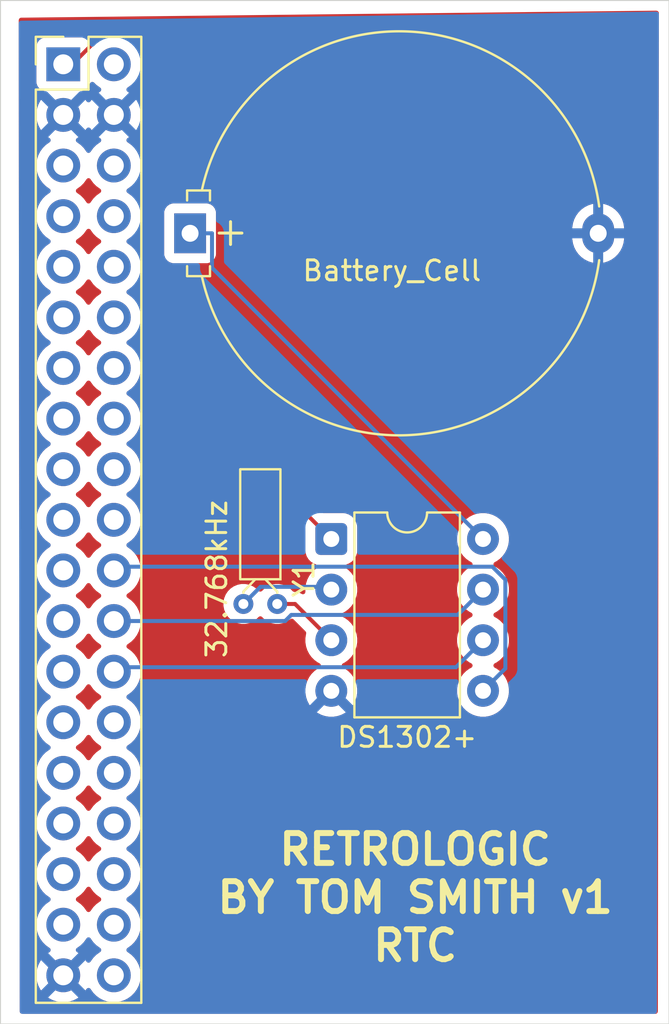
<source format=kicad_pcb>
(kicad_pcb (version 20241229) (generator "pcbnew") (generator_version "9.0")
  (layers (0 "F.Cu" signal) (2 "B.Cu" signal) (13 "F.Paste" user) (15 "B.Paste" user) (5 "F.SilkS" user "F.Silkscreen") (7 "B.SilkS" user "B.Silkscreen") (1 "F.Mask" user) (3 "B.Mask" user) (25 "Edge.Cuts" user))
  (net 0 "")
  (net 1 "GND")
  (net 2 "Net-(BT1-+)")
  (net 3 "A9")
  (net 4 "A5")
  (net 5 "A0")
  (net 6 "A2")
  (net 7 "A15")
  (net 8 "D1")
  (net 9 "D0")
  (net 10 "A11")
  (net 11 "A3")
  (net 12 "A12")
  (net 13 "A4")
  (net 14 "A7")
  (net 16 "D5")
  (net 17 "clock")
  (net 18 "D3")
  (net 19 "PA5")
  (net 20 "VCC")
  (net 21 "3.3v")
  (net 23 "PA6")
  (net 24 "D6")
  (net 25 "PA4")
  (net 26 "A1")
  (net 27 "RW")
  (net 28 "A14")
  (net 29 "A8")
  (net 30 "D2")
  (net 31 "A10")
  (net 32 "Reset")
  (net 33 "A6")
  (net 34 "D4")
  (net 35 "IRQ")
  (net 36 "D7")
  (net 37 "A13")
  (net 38 "Net-(U1-X2)")
  (net 39 "Net-(U1-X1)")
  (footprint "Battery:Battery_Panasonic_CR2032-HFN_Horizontal_CircularHoles" (layer "F.Cu") (at 68.654 51.6636)
    (property "Reference" "BT1" (hide yes))
    (property "Value" "Battery_Cell" (at 10.1368 1.8796 0) (layer "F.SilkS"))
    (fp_line (start -0.15 -2.15) (end -0.15 -1.65) (stroke (width 0.12)) (layer "F.SilkS"))
    (fp_line (start -0.15 -2.15) (end 1 -2.15) (stroke (width 0.12)) (layer "F.SilkS"))
    (fp_line (start -0.15 2.15) (end -0.15 1.65) (stroke (width 0.12)) (layer "F.SilkS"))
    (fp_line (start -0.15 2.15) (end 1 2.15) (stroke (width 0.12)) (layer "F.SilkS"))
    (fp_line (start 1 -2.15) (end 1 -1.65) (stroke (width 0.12)) (layer "F.SilkS"))
    (fp_line (start 1 2.15) (end 1 1.65) (stroke (width 0.12)) (layer "F.SilkS"))
    (fp_arc (start 0.59 -2.15) (mid 10.91 -10.13) (end 20.55 -1.35) (stroke (width 0.12)) (layer "F.SilkS"))
    (fp_arc (start 20.55 1.35) (mid 10.91 10.13) (end 0.59 2.15) (stroke (width 0.12)) (layer "F.SilkS"))
    (fp_text user "+" (at 2.032 -0.127 0) (layer "F.SilkS") (effects (font (size 1.5 1.5))))
    (pad "1" thru_hole rect (at 0 0) (size 1.6 2) (drill 0.85) (layers "*.Cu" "*.Mask") (net 2 "Net-(BT1-+)"))
    (pad "2" thru_hole oval (at 20.5 0) (size 1.6 2) (drill 0.85) (layers "*.Cu" "*.Mask") (net 1 "GND"))
  )
  (footprint "Crystal:Crystal_DS15_D1.5mm_L5.0mm_Horizontal" (layer "F.Cu") (at 73.0318 70.2652 180)
    (property "Reference" "Y1" (at -1.34 1.2525 90) (layer "F.SilkS"))
    (property "Value" "32.768kHz" (at 3.04 1.2525 90) (layer "F.SilkS"))
    (fp_line (start 1.7 0.62) (end 1.7 0.56) (stroke (width 0.12)) (layer "F.SilkS"))
    (fp_line (start 1.1 1.24) (end 1.7 0.62) (stroke (width 0.12)) (layer "F.SilkS"))
    (fp_line (start 0.6 1.24) (end 0 0.62) (stroke (width 0.12)) (layer "F.SilkS"))
    (fp_line (start 0 0.62) (end 0 0.56) (stroke (width 0.12)) (layer "F.SilkS"))
    (fp_rect (start -0.16 1.24) (end 1.86 6.76) (stroke (width 0.12)) (fill no) (layer "F.SilkS"))
    (pad "1" thru_hole circle (at 0 0 180) (size 1 1) (drill 0.5) (layers "*.Cu" "*.Mask") (net 38 "Net-(U1-X2)"))
    (pad "2" thru_hole circle (at 1.7 0 180) (size 1 1) (drill 0.5) (layers "*.Cu" "*.Mask") (net 39 "Net-(U1-X1)"))
  )
  (footprint "Package_DIP:DIP-8_W7.62mm" (layer "F.Cu") (at 75.7478 67.0052)
    (property "Reference" "U1" (hide yes))
    (property "Value" "DS1302+" (at 3.81 9.95 0) (layer "F.SilkS"))
    (fp_line (start 1.16 -1.33) (end 1.16 8.95) (stroke (width 0.12)) (layer "F.SilkS"))
    (fp_line (start 1.16 8.95) (end 6.46 8.95) (stroke (width 0.12)) (layer "F.SilkS"))
    (fp_line (start 2.81 -1.33) (end 1.16 -1.33) (stroke (width 0.12)) (layer "F.SilkS"))
    (fp_line (start 6.46 -1.33) (end 4.81 -1.33) (stroke (width 0.12)) (layer "F.SilkS"))
    (fp_line (start 6.46 8.95) (end 6.46 -1.33) (stroke (width 0.12)) (layer "F.SilkS"))
    (fp_arc (start 4.81 -1.33) (mid 3.81 -0.33) (end 2.81 -1.33) (stroke (width 0.12)) (layer "F.SilkS"))
    (pad "1" thru_hole roundrect (at 0 0) (size 1.6 1.6) (drill 0.8) (layers "*.Cu" "*.Mask") (roundrect_rratio 0.15625) (net 20 "VCC"))
    (pad "2" thru_hole circle (at 0 2.54) (size 1.6 1.6) (drill 0.8) (layers "*.Cu" "*.Mask") (net 39 "Net-(U1-X1)"))
    (pad "3" thru_hole circle (at 0 5.08) (size 1.6 1.6) (drill 0.8) (layers "*.Cu" "*.Mask") (net 38 "Net-(U1-X2)"))
    (pad "4" thru_hole circle (at 0 7.62) (size 1.6 1.6) (drill 0.8) (layers "*.Cu" "*.Mask") (net 1 "GND"))
    (pad "5" thru_hole circle (at 7.62 7.62) (size 1.6 1.6) (drill 0.8) (layers "*.Cu" "*.Mask") (net 25 "PA4"))
    (pad "6" thru_hole circle (at 7.62 5.08) (size 1.6 1.6) (drill 0.8) (layers "*.Cu" "*.Mask") (net 23 "PA6"))
    (pad "7" thru_hole circle (at 7.62 2.54) (size 1.6 1.6) (drill 0.8) (layers "*.Cu" "*.Mask") (net 19 "PA5"))
    (pad "8" thru_hole circle (at 7.62 0) (size 1.6 1.6) (drill 0.8) (layers "*.Cu" "*.Mask") (net 2 "Net-(BT1-+)"))
  )
  (footprint "Connector_PinHeader_2.54mm:PinHeader_2x19_P2.54mm_Vertical" (layer "F.Cu") (at 62.284 43.182)
    (property "Reference" "J2" (hide yes))
    (property "Value" "Expansion / Diag Port")
    (fp_line (start -1.38 -1.38) (end 0 -1.38) (stroke (width 0.12)) (layer "F.SilkS"))
    (fp_line (start -1.38 0) (end -1.38 -1.38) (stroke (width 0.12)) (layer "F.SilkS"))
    (fp_line (start -1.38 1.27) (end -1.38 47.1) (stroke (width 0.12)) (layer "F.SilkS"))
    (fp_line (start -1.38 1.27) (end 1.27 1.27) (stroke (width 0.12)) (layer "F.SilkS"))
    (fp_line (start -1.38 47.1) (end 3.92 47.1) (stroke (width 0.12)) (layer "F.SilkS"))
    (fp_line (start 1.27 -1.38) (end 3.92 -1.38) (stroke (width 0.12)) (layer "F.SilkS"))
    (fp_line (start 1.27 1.27) (end 1.27 -1.38) (stroke (width 0.12)) (layer "F.SilkS"))
    (fp_line (start 3.92 -1.38) (end 3.92 47.1) (stroke (width 0.12)) (layer "F.SilkS"))
    (pad "1" thru_hole rect (at 0 0) (size 1.7 1.7) (drill 1) (layers "*.Cu" "*.Mask") (net 20 "VCC"))
    (pad "2" thru_hole circle (at 2.54 0) (size 1.7 1.7) (drill 1) (layers "*.Cu" "*.Mask") (net 21 "3.3v"))
    (pad "3" thru_hole circle (at 0 2.54) (size 1.7 1.7) (drill 1) (layers "*.Cu" "*.Mask") (net 1 "GND"))
    (pad "4" thru_hole circle (at 2.54 2.54) (size 1.7 1.7) (drill 1) (layers "*.Cu" "*.Mask") (net 1 "GND"))
    (pad "5" thru_hole circle (at 0 5.08) (size 1.7 1.7) (drill 1) (layers "*.Cu" "*.Mask") (net 5 "A0"))
    (pad "6" thru_hole circle (at 2.54 5.08) (size 1.7 1.7) (drill 1) (layers "*.Cu" "*.Mask") (net 9 "D0"))
    (pad "7" thru_hole circle (at 0 7.62) (size 1.7 1.7) (drill 1) (layers "*.Cu" "*.Mask") (net 26 "A1"))
    (pad "8" thru_hole circle (at 2.54 7.62) (size 1.7 1.7) (drill 1) (layers "*.Cu" "*.Mask") (net 8 "D1"))
    (pad "9" thru_hole circle (at 0 10.16) (size 1.7 1.7) (drill 1) (layers "*.Cu" "*.Mask") (net 6 "A2"))
    (pad "10" thru_hole circle (at 2.54 10.16) (size 1.7 1.7) (drill 1) (layers "*.Cu" "*.Mask") (net 30 "D2"))
    (pad "11" thru_hole circle (at 0 12.7) (size 1.7 1.7) (drill 1) (layers "*.Cu" "*.Mask") (net 11 "A3"))
    (pad "12" thru_hole circle (at 2.54 12.7) (size 1.7 1.7) (drill 1) (layers "*.Cu" "*.Mask") (net 18 "D3"))
    (pad "13" thru_hole circle (at 0 15.24) (size 1.7 1.7) (drill 1) (layers "*.Cu" "*.Mask") (net 13 "A4"))
    (pad "14" thru_hole circle (at 2.54 15.24) (size 1.7 1.7) (drill 1) (layers "*.Cu" "*.Mask") (net 34 "D4"))
    (pad "15" thru_hole circle (at 0 17.78) (size 1.7 1.7) (drill 1) (layers "*.Cu" "*.Mask") (net 4 "A5"))
    (pad "16" thru_hole circle (at 2.54 17.78) (size 1.7 1.7) (drill 1) (layers "*.Cu" "*.Mask") (net 16 "D5"))
    (pad "17" thru_hole circle (at 0 20.32) (size 1.7 1.7) (drill 1) (layers "*.Cu" "*.Mask") (net 33 "A6"))
    (pad "18" thru_hole circle (at 2.54 20.32) (size 1.7 1.7) (drill 1) (layers "*.Cu" "*.Mask") (net 24 "D6"))
    (pad "19" thru_hole circle (at 0 22.86) (size 1.7 1.7) (drill 1) (layers "*.Cu" "*.Mask") (net 14 "A7"))
    (pad "20" thru_hole circle (at 2.54 22.86) (size 1.7 1.7) (drill 1) (layers "*.Cu" "*.Mask") (net 36 "D7"))
    (pad "21" thru_hole circle (at 0 25.4) (size 1.7 1.7) (drill 1) (layers "*.Cu" "*.Mask") (net 29 "A8"))
    (pad "22" thru_hole circle (at 2.54 25.4) (size 1.7 1.7) (drill 1) (layers "*.Cu" "*.Mask") (net 25 "PA4"))
    (pad "23" thru_hole circle (at 0 27.94) (size 1.7 1.7) (drill 1) (layers "*.Cu" "*.Mask") (net 3 "A9"))
    (pad "24" thru_hole circle (at 2.54 27.94) (size 1.7 1.7) (drill 1) (layers "*.Cu" "*.Mask") (net 19 "PA5"))
    (pad "25" thru_hole circle (at 0 30.48) (size 1.7 1.7) (drill 1) (layers "*.Cu" "*.Mask") (net 31 "A10"))
    (pad "26" thru_hole circle (at 2.54 30.48) (size 1.7 1.7) (drill 1) (layers "*.Cu" "*.Mask") (net 23 "PA6"))
    (pad "27" thru_hole circle (at 0 33.02) (size 1.7 1.7) (drill 1) (layers "*.Cu" "*.Mask") (net 10 "A11"))
    (pad "28" thru_hole circle (at 2.54 33.02) (size 1.7 1.7) (drill 1) (layers "*.Cu" "*.Mask") (net 32 "Reset"))
    (pad "29" thru_hole circle (at 0 35.56) (size 1.7 1.7) (drill 1) (layers "*.Cu" "*.Mask") (net 12 "A12"))
    (pad "30" thru_hole circle (at 2.54 35.56) (size 1.7 1.7) (drill 1) (layers "*.Cu" "*.Mask") (net 35 "IRQ"))
    (pad "31" thru_hole circle (at 0 38.1) (size 1.7 1.7) (drill 1) (layers "*.Cu" "*.Mask") (net 37 "A13"))
    (pad "32" thru_hole circle (at 2.54 38.1) (size 1.7 1.7) (drill 1) (layers "*.Cu" "*.Mask") (net 27 "RW"))
    (pad "33" thru_hole circle (at 0 40.64) (size 1.7 1.7) (drill 1) (layers "*.Cu" "*.Mask") (net 28 "A14"))
    (pad "34" thru_hole circle (at 2.54 40.64) (size 1.7 1.7) (drill 1) (layers "*.Cu" "*.Mask"))
    (pad "35" thru_hole circle (at 0 43.18) (size 1.7 1.7) (drill 1) (layers "*.Cu" "*.Mask") (net 7 "A15"))
    (pad "36" thru_hole circle (at 2.54 43.18) (size 1.7 1.7) (drill 1) (layers "*.Cu" "*.Mask") (net 17 "clock"))
    (pad "37" thru_hole circle (at 0 45.72) (size 1.7 1.7) (drill 1) (layers "*.Cu" "*.Mask") (net 1 "GND"))
    (pad "38" thru_hole circle (at 2.54 45.72) (size 1.7 1.7) (drill 1) (layers "*.Cu" "*.Mask"))
  )
  (gr_rect (start 59.1312 39.9796) (end 92.71 91.3384) (stroke (width 0.05)) (fill no) (layer "Edge.Cuts"))
  (gr_text "RETROLOGIC\nBY TOM SMITH v1\nRTC" (at 79.9592 88.2904 0) (layer "F.SilkS") (effects (font (size 1.5 1.5) (thickness 0.3) (bold yes)) (justify bottom)))
  (segment (start 69.7557 51.6636) (end 69.7557 53.3931) (width 0.2) (layer "B.Cu") (net 2))
  (segment (start 68.654 51.6636) (end 69.7557 51.6636) (width 0.2) (layer "B.Cu") (net 2))
  (segment (start 69.7557 53.3931) (end 83.3678 67.0052) (width 0.2) (layer "B.Cu") (net 2))
  (segment (start 82.0978 70.8152) (end 73.7373 70.8152) (width 0.2) (layer "B.Cu") (net 19))
  (segment (start 73.7373 70.8152) (end 73.4305 71.122) (width 0.2) (layer "B.Cu") (net 19))
  (segment (start 83.3678 69.5452) (end 82.0978 70.8152) (width 0.2) (layer "B.Cu") (net 19))
  (segment (start 73.4305 71.122) (end 64.824 71.122) (width 0.2) (layer "B.Cu") (net 19))
  (segment (start 62.736 43.182) (end 64.262 41.656) (width 0.2) (layer "F.Cu") (net 20))
  (segment (start 64.262 41.656) (end 65.6336 41.656) (width 0.2) (layer "F.Cu") (net 20))
  (segment (start 66.4972 57.7546) (end 66.7537 58.0111) (width 0.2) (layer "F.Cu") (net 20))
  (segment (start 66.4972 42.5196) (end 66.4972 57.7546) (width 0.2) (layer "F.Cu") (net 20))
  (segment (start 65.6336 41.656) (end 66.4972 42.5196) (width 0.2) (layer "F.Cu") (net 20))
  (segment (start 75.7478 67.0052) (end 66.7537 58.0111) (width 0.2) (layer "F.Cu") (net 20))
  (segment (start 62.284 43.182) (end 62.736 43.182) (width 0.2) (layer "F.Cu") (net 20))
  (segment (start 65.0458 73.4402) (end 82.0128 73.4402) (width 0.2) (layer "B.Cu") (net 23))
  (segment (start 82.0128 73.4402) (end 83.3678 72.0852) (width 0.2) (layer "B.Cu") (net 23))
  (segment (start 64.824 73.662) (end 65.0458 73.4402) (width 0.2) (layer "B.Cu") (net 23))
  (segment (start 83.3678 74.6252) (end 84.4907 73.5023) (width 0.2) (layer "B.Cu") (net 25))
  (segment (start 65.0113 68.3947) (end 64.824 68.582) (width 0.2) (layer "B.Cu") (net 25))
  (segment (start 83.8382 68.3947) (end 65.0113 68.3947) (width 0.2) (layer "B.Cu") (net 25))
  (segment (start 84.4907 73.5023) (end 84.4907 69.0472) (width 0.2) (layer "B.Cu") (net 25))
  (segment (start 84.4907 69.0472) (end 83.8382 68.3947) (width 0.2) (layer "B.Cu") (net 25))
  (segment (start 73.0318 70.2652) (end 73.9278 70.2652) (width 0.2) (layer "F.Cu") (net 38))
  (segment (start 73.9278 70.2652) (end 75.7478 72.0852) (width 0.2) (layer "F.Cu") (net 38))
  (segment (start 75.6086 69.406) (end 72.191 69.406) (width 0.2) (layer "B.Cu") (net 39))
  (segment (start 72.191 69.406) (end 71.3318 70.2652) (width 0.2) (layer "B.Cu") (net 39))
  (segment (start 75.7478 69.5452) (end 75.6086 69.406) (width 0.2) (layer "B.Cu") (net 39))
  (zone (net 0) (net_name "") (layer "F.Cu") (connect_pads (clearance 0.5)) (min_thickness 0.25) (fill yes (thermal_gap 0.5) (thermal_bridge_width 0.5) (island_removal_mode 1) (island_area_min 10))
    (polygon (pts (xy 60.0456 40.8432) (xy 60.0964 90.9828) (xy 92.1512 90.9828) (xy 92.202 40.4876)))
  )
  (zone (net 1) (net_name "GND") (layer "B.Cu") (priority 1) (connect_pads (clearance 0.5)) (min_thickness 0.25) (fill yes (thermal_gap 0.5) (thermal_bridge_width 0.5))
    (polygon (pts (xy 60.0456 40.9956) (xy 60.0964 90.932) (xy 92.1004 90.932) (xy 92.202 40.5384)))
  )
)
</source>
